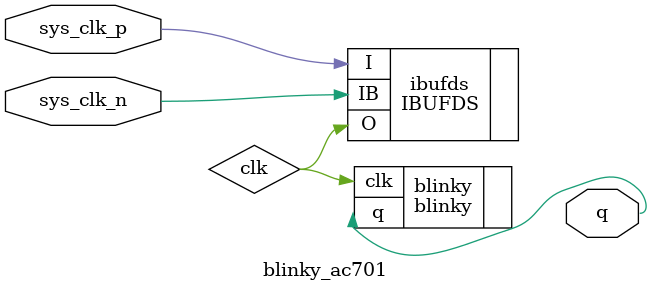
<source format=v>
module blinky_ac701 (
  input wire  sys_clk_p,
  input wire  sys_clk_n,
  output wire q
);

  wire clk;
  IBUFDS ibufds
  (
    .I  (sys_clk_p),
    .IB (sys_clk_n),
    .O  (clk)
  );

  blinky #(
    .clk_freq_hz(200_000_000)
  ) blinky (
    .clk (clk),
    .q   (q)
  );

endmodule

</source>
